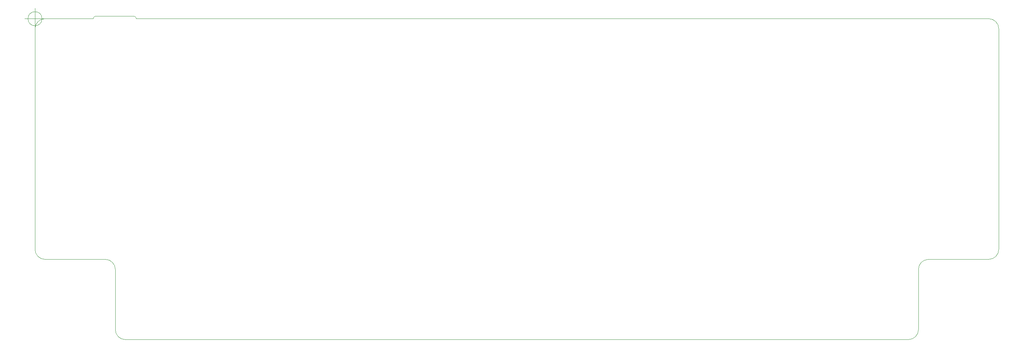
<source format=gbr>
G04 #@! TF.GenerationSoftware,KiCad,Pcbnew,(5.1.2)-2*
G04 #@! TF.CreationDate,2020-03-31T18:24:28-05:00*
G04 #@! TF.ProjectId,Schwann_Rev3.1_RGB,53636877-616e-46e5-9f52-6576332e315f,rev?*
G04 #@! TF.SameCoordinates,Original*
G04 #@! TF.FileFunction,Profile,NP*
%FSLAX46Y46*%
G04 Gerber Fmt 4.6, Leading zero omitted, Abs format (unit mm)*
G04 Created by KiCad (PCBNEW (5.1.2)-2) date 2020-03-31 18:24:28*
%MOMM*%
%LPD*%
G04 APERTURE LIST*
%ADD10C,0.050000*%
G04 APERTURE END LIST*
D10*
X36449916Y-71120750D02*
G75*
G03X36449916Y-71120750I-1666666J0D01*
G01*
X32283250Y-71120750D02*
X37283250Y-71120750D01*
X34783250Y-68620750D02*
X34783250Y-73620750D01*
X37164500Y-128270750D02*
X47931250Y-128270750D01*
X58208249Y-70501708D02*
G75*
G02X58808249Y-71120749I1J-600292D01*
G01*
X48608250Y-71102000D02*
G75*
G02X49208250Y-70502000I600000J0D01*
G01*
X58208249Y-70501708D02*
X49208250Y-70502000D01*
X261002000Y-71120750D02*
G75*
G02X263383250Y-73502000I0J-2381250D01*
G01*
X263383250Y-125889500D02*
G75*
G02X261002000Y-128270750I-2381250J0D01*
G01*
X244333250Y-130652000D02*
G75*
G02X246714500Y-128270750I2381250J0D01*
G01*
X244333250Y-144939500D02*
G75*
G02X241952000Y-147320750I-2381250J0D01*
G01*
X56214500Y-147320750D02*
G75*
G02X53833250Y-144939500I0J2381250D01*
G01*
X51452000Y-128270750D02*
G75*
G02X53833250Y-130652000I0J-2381250D01*
G01*
X37164500Y-128270750D02*
G75*
G02X34783250Y-125889500I0J2381250D01*
G01*
X34783250Y-73502000D02*
G75*
G02X37164500Y-71120750I2381250J0D01*
G01*
X48608250Y-71102000D02*
X37164500Y-71120750D01*
X261002000Y-71120750D02*
X58808249Y-71120749D01*
X263383250Y-125889500D02*
X263383250Y-73502000D01*
X246714500Y-128270750D02*
X261002000Y-128270750D01*
X244333250Y-144939500D02*
X244333250Y-130652000D01*
X56214500Y-147320750D02*
X241952000Y-147320750D01*
X53833250Y-130652000D02*
X53833250Y-144939500D01*
X47931250Y-128270750D02*
X51452000Y-128270750D01*
X34783250Y-73502000D02*
X34783250Y-125889500D01*
M02*

</source>
